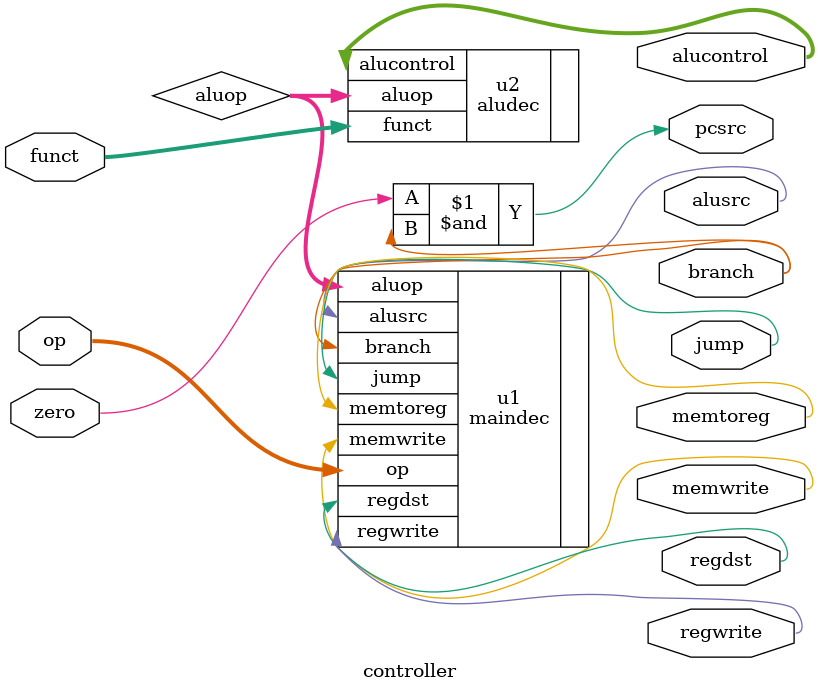
<source format=v>
`timescale 1ns / 1ps


module controller(
   input [5:0]op,
   input [5:0]funct,
   input zero,
   output [2:0]alucontrol,
   output memtoreg,
   output memwrite,
   output branch,
   output alusrc,
   output regdst,
   output regwrite,
   output jump,
   output pcsrc//ÏÂÒ»¸ö PC ÖµÊÇ PC+4/Ìø×ªµÄÐÂµØÖ·
    );
    wire [1:0]aluop;
    maindec u1(.op(op),.aluop(aluop),.memtoreg(memtoreg),.memwrite(memwrite),.branch(branch),.jump(jump),.alusrc(alusrc),.regdst(regdst),.regwrite(regwrite));
    aludec u2(.funct(funct),.aluop(aluop),.alucontrol(alucontrol));
    assign pcsrc=zero&branch;
endmodule

</source>
